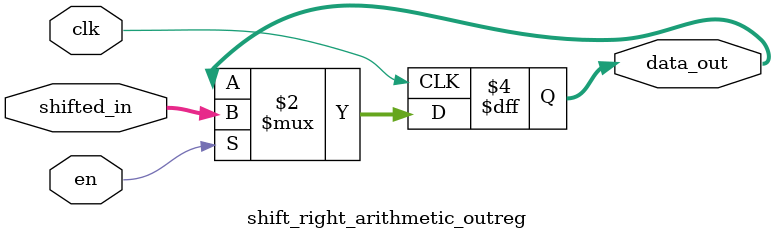
<source format=sv>

module shift_right_arithmetic #(parameter WIDTH=8) (
    input                  clk,
    input                  en,
    input  signed [WIDTH-1:0] data_in,
    input        [2:0]     shift,
    output signed [WIDTH-1:0] data_out
);

    // Internal signals for registered inputs
    wire signed [WIDTH-1:0] data_in_reg;
    wire        [2:0]       shift_reg;

    // Internal signal for shifted output
    wire signed [WIDTH-1:0] shifted_out;

    // Instance: Registers input data and shift amount
    shift_right_arithmetic_reg #(.WIDTH(WIDTH)) u_input_reg (
        .clk        (clk),
        .en         (en),
        .data_in    (data_in),
        .shift      (shift),
        .data_in_reg(data_in_reg),
        .shift_reg  (shift_reg)
    );

    // Instance: Performs arithmetic shift operation
    shift_right_arithmetic_core #(.WIDTH(WIDTH)) u_shift_core (
        .clk        (clk),
        .en         (en),
        .data_in_reg(data_in_reg),
        .shift_reg  (shift_reg),
        .shifted_out(shifted_out)
    );

    // Output register: holds the final shifted result
    shift_right_arithmetic_outreg #(.WIDTH(WIDTH)) u_output_reg (
        .clk        (clk),
        .en         (en),
        .shifted_in (shifted_out),
        .data_out   (data_out)
    );

endmodule

//------------------------------------------------------------------------------
// Submodule: shift_right_arithmetic_reg
// Function: Registers input data and shift amount on rising edge of clk when enabled
//------------------------------------------------------------------------------
module shift_right_arithmetic_reg #(parameter WIDTH=8) (
    input                  clk,
    input                  en,
    input  signed [WIDTH-1:0] data_in,
    input        [2:0]     shift,
    output reg signed [WIDTH-1:0] data_in_reg,
    output reg        [2:0] shift_reg
);
    always @(posedge clk) begin
        if (en) begin
            data_in_reg <= data_in;
            shift_reg   <= shift;
        end
    end
endmodule

//------------------------------------------------------------------------------
// Submodule: shift_right_arithmetic_core
// Function: Performs signed arithmetic right shift operation
//------------------------------------------------------------------------------
module shift_right_arithmetic_core #(parameter WIDTH=8) (
    input                  clk,
    input                  en,
    input  signed [WIDTH-1:0] data_in_reg,
    input        [2:0]     shift_reg,
    output reg signed [WIDTH-1:0] shifted_out
);
    always @(posedge clk) begin
        if (en) begin
            shifted_out <= data_in_reg >>> shift_reg;
        end
    end
endmodule

//------------------------------------------------------------------------------
// Submodule: shift_right_arithmetic_outreg
// Function: Registers the shifted output result
//------------------------------------------------------------------------------
module shift_right_arithmetic_outreg #(parameter WIDTH=8) (
    input                  clk,
    input                  en,
    input  signed [WIDTH-1:0] shifted_in,
    output reg signed [WIDTH-1:0] data_out
);
    always @(posedge clk) begin
        if (en) begin
            data_out <= shifted_in;
        end
    end
endmodule
</source>
